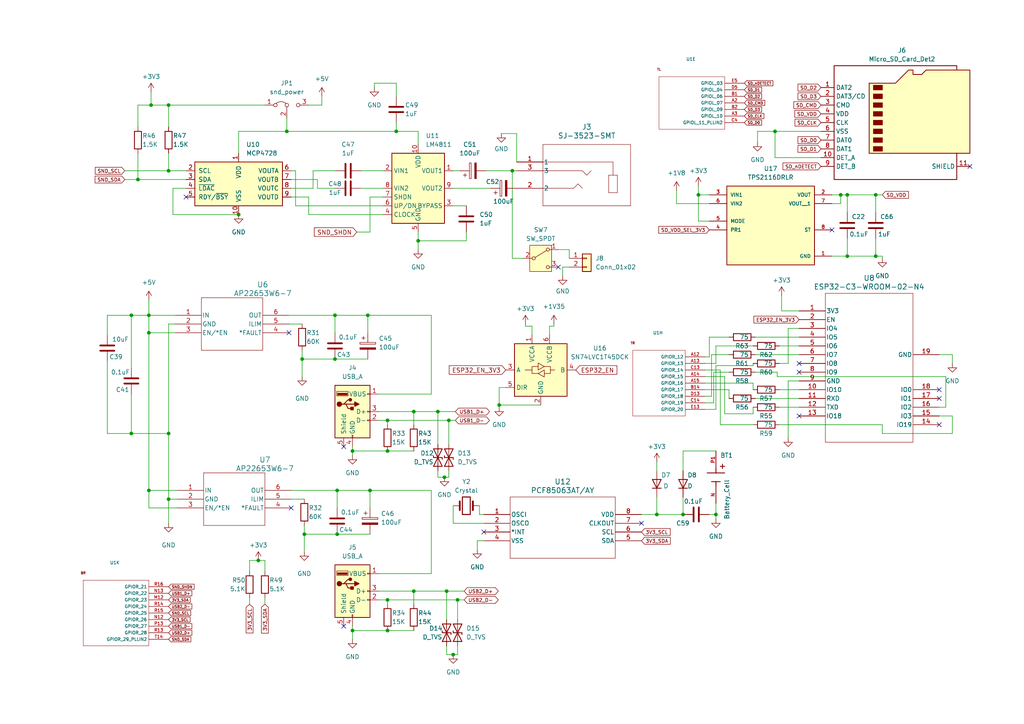
<source format=kicad_sch>
(kicad_sch (version 20231120) (generator "eeschema") (generator_version "8.0")
  (paper "A4")
  (junction (at 112.395 121.92))
  (junction (at 190.5 149.225))
  (junction (at 88.265 154.94))
  (junction (at 48.895 125.73))
  (junction (at 130.175 121.92))
  (junction (at 112.395 173.99))
  (junction (at 48.895 30.48))
  (junction (at 148.59 49.53))
  (junction (at 254 74.295))
  (junction (at 120.015 119.38))
  (junction (at 38.1 91.44))
  (junction (at 245.745 56.515))
  (junction (at 74.93 162.56))
  (junction (at 106.68 91.44))
  (junction (at 127 119.38))
  (junction (at 43.18 91.44))
  (junction (at 69.215 62.23))
  (junction (at 48.895 144.78))
  (junction (at 224.79 38.1))
  (junction (at 40.005 52.07))
  (junction (at 129.54 171.45))
  (junction (at 38.1 125.73))
  (junction (at 132.715 173.99))
  (junction (at 202.565 56.515))
  (junction (at 243.84 56.515))
  (junction (at 198.12 149.225))
  (junction (at 107.315 142.24))
  (junction (at 254 56.515))
  (junction (at 83.185 38.1))
  (junction (at 120.015 171.45))
  (junction (at 43.18 142.24))
  (junction (at 114.935 38.1))
  (junction (at 112.395 182.88))
  (junction (at 43.18 96.52))
  (junction (at 245.745 74.295))
  (junction (at 207.645 149.225))
  (junction (at 102.235 130.81))
  (junction (at 97.155 104.14))
  (junction (at 48.895 49.53))
  (junction (at 112.395 130.81))
  (junction (at 121.285 69.85))
  (junction (at 97.79 154.94))
  (junction (at 144.78 117.475))
  (junction (at 43.815 30.48))
  (junction (at 97.79 142.24))
  (junction (at 87.63 104.14))
  (junction (at 97.155 91.44))
  (junction (at 128.905 138.43))
  (junction (at 131.445 189.865))
  (junction (at 102.235 182.88))
  (no_connect (at 272.415 123.19))
  (no_connect (at 84.455 147.32))
  (no_connect (at 241.3 66.675))
  (no_connect (at 99.695 129.54))
  (no_connect (at 186.055 151.765))
  (no_connect (at 83.82 96.52))
  (no_connect (at 53.975 57.15))
  (no_connect (at 281.305 48.26))
  (no_connect (at 231.775 120.65))
  (no_connect (at 99.695 181.61))
  (no_connect (at 272.415 115.57))
  (no_connect (at 231.775 105.41))
  (no_connect (at 272.415 113.03))
  (no_connect (at 161.925 77.47))
  (no_connect (at 140.335 154.305))
  (no_connect (at 231.775 107.95))
  (wire (pts (xy 112.395 173.99) (xy 132.715 173.99)))
  (wire (pts (xy 207.645 130.81) (xy 198.12 130.81)))
  (wire (pts (xy 226.06 105.41) (xy 228.6 105.41)))
  (wire (pts (xy 132.715 173.99) (xy 132.715 179.705)))
  (wire (pts (xy 83.82 91.44) (xy 97.155 91.44)))
  (wire (pts (xy 43.18 91.44) (xy 43.18 86.995)))
  (wire (pts (xy 207.645 146.05) (xy 207.645 149.225)))
  (wire (pts (xy 131.445 49.53) (xy 133.35 49.53)))
  (wire (pts (xy 208.915 107.315) (xy 208.915 123.19)))
  (wire (pts (xy 140.97 49.53) (xy 148.59 49.53)))
  (wire (pts (xy 112.395 123.19) (xy 112.395 121.92)))
  (wire (pts (xy 218.44 100.33) (xy 207.645 100.33)))
  (wire (pts (xy 83.82 93.98) (xy 87.63 93.98)))
  (wire (pts (xy 224.79 38.1) (xy 238.125 38.1)))
  (wire (pts (xy 125.095 166.37) (xy 125.095 142.24)))
  (wire (pts (xy 190.5 149.225) (xy 186.055 149.225)))
  (wire (pts (xy 51.435 142.24) (xy 43.18 142.24)))
  (wire (pts (xy 243.84 59.055) (xy 243.84 56.515)))
  (wire (pts (xy 198.12 130.81) (xy 198.12 136.525)))
  (wire (pts (xy 48.895 125.73) (xy 48.895 144.78)))
  (wire (pts (xy 106.68 96.52) (xy 106.68 91.44)))
  (wire (pts (xy 140.335 156.845) (xy 138.43 156.845)))
  (wire (pts (xy 130.175 136.525) (xy 130.175 138.43)))
  (wire (pts (xy 205.74 103.505) (xy 205.74 97.79)))
  (wire (pts (xy 207.01 116.84) (xy 207.01 107.95)))
  (wire (pts (xy 31.115 125.73) (xy 31.115 104.775)))
  (wire (pts (xy 112.395 182.88) (xy 120.015 182.88)))
  (wire (pts (xy 107.315 57.15) (xy 111.125 57.15)))
  (wire (pts (xy 204.47 114.935) (xy 206.375 114.935)))
  (wire (pts (xy 207.645 106.045) (xy 218.44 106.045)))
  (wire (pts (xy 255.905 125.73) (xy 276.225 125.73)))
  (wire (pts (xy 84.455 57.15) (xy 89.535 57.15)))
  (wire (pts (xy 156.845 117.475) (xy 144.78 117.475)))
  (wire (pts (xy 210.185 120.015) (xy 218.44 120.015)))
  (wire (pts (xy 48.895 44.45) (xy 48.895 49.53)))
  (wire (pts (xy 139.065 149.225) (xy 140.335 149.225)))
  (wire (pts (xy 83.185 38.1) (xy 114.935 38.1)))
  (wire (pts (xy 40.005 52.07) (xy 53.975 52.07)))
  (wire (pts (xy 102.235 182.88) (xy 102.235 185.42)))
  (wire (pts (xy 226.695 90.17) (xy 226.695 85.725)))
  (wire (pts (xy 102.235 181.61) (xy 102.235 182.88)))
  (wire (pts (xy 241.3 56.515) (xy 243.84 56.515)))
  (wire (pts (xy 48.895 144.78) (xy 48.895 151.765)))
  (wire (pts (xy 85.725 59.69) (xy 111.125 59.69)))
  (wire (pts (xy 129.54 171.45) (xy 129.54 179.705)))
  (wire (pts (xy 87.63 104.14) (xy 97.155 104.14)))
  (wire (pts (xy 165.1 77.47) (xy 163.195 77.47)))
  (wire (pts (xy 144.78 117.475) (xy 144.78 118.11)))
  (wire (pts (xy 165.1 72.39) (xy 165.1 74.93)))
  (wire (pts (xy 272.415 102.87) (xy 276.225 102.87)))
  (wire (pts (xy 255.905 123.19) (xy 255.905 125.73)))
  (wire (pts (xy 114.935 24.13) (xy 114.935 27.94)))
  (wire (pts (xy 224.79 45.72) (xy 238.125 45.72)))
  (wire (pts (xy 103.505 67.31) (xy 107.315 67.31)))
  (wire (pts (xy 48.895 30.48) (xy 43.815 30.48)))
  (wire (pts (xy 254 69.215) (xy 254 74.295)))
  (wire (pts (xy 131.445 151.765) (xy 140.335 151.765)))
  (wire (pts (xy 241.3 74.295) (xy 245.745 74.295)))
  (wire (pts (xy 204.47 103.505) (xy 205.74 103.505)))
  (wire (pts (xy 38.1 91.44) (xy 43.18 91.44)))
  (wire (pts (xy 198.12 149.225) (xy 190.5 149.225)))
  (wire (pts (xy 89.535 57.15) (xy 89.535 62.23)))
  (wire (pts (xy 40.005 44.45) (xy 40.005 52.07)))
  (wire (pts (xy 148.59 74.93) (xy 151.765 74.93)))
  (wire (pts (xy 202.565 64.135) (xy 202.565 56.515)))
  (wire (pts (xy 204.47 116.84) (xy 207.01 116.84)))
  (wire (pts (xy 226.06 113.03) (xy 231.775 113.03)))
  (wire (pts (xy 196.215 59.055) (xy 196.215 55.245)))
  (wire (pts (xy 127 119.38) (xy 132.08 119.38)))
  (wire (pts (xy 274.32 109.22) (xy 274.32 118.11)))
  (wire (pts (xy 76.835 173.355) (xy 76.835 175.26)))
  (wire (pts (xy 121.285 38.1) (xy 121.285 41.91)))
  (wire (pts (xy 254 74.295) (xy 245.745 74.295)))
  (wire (pts (xy 130.175 121.92) (xy 130.175 128.905)))
  (wire (pts (xy 219.075 107.95) (xy 225.425 107.95)))
  (wire (pts (xy 161.925 72.39) (xy 165.1 72.39)))
  (wire (pts (xy 84.455 144.78) (xy 88.265 144.78)))
  (wire (pts (xy 120.015 119.38) (xy 109.855 119.38)))
  (wire (pts (xy 40.005 36.83) (xy 40.005 30.48)))
  (wire (pts (xy 225.425 107.95) (xy 225.425 109.22)))
  (wire (pts (xy 102.235 129.54) (xy 102.235 130.81)))
  (wire (pts (xy 245.745 56.515) (xy 254 56.515)))
  (wire (pts (xy 159.385 94.615) (xy 159.385 97.155)))
  (wire (pts (xy 90.805 49.53) (xy 97.155 49.53)))
  (wire (pts (xy 226.06 123.19) (xy 255.905 123.19)))
  (wire (pts (xy 130.175 138.43) (xy 128.905 138.43)))
  (wire (pts (xy 127 136.525) (xy 127 138.43)))
  (wire (pts (xy 231.775 110.49) (xy 228.6 110.49)))
  (wire (pts (xy 245.745 69.215) (xy 245.745 74.295)))
  (wire (pts (xy 219.075 97.79) (xy 231.775 97.79)))
  (wire (pts (xy 129.54 171.45) (xy 134.62 171.45)))
  (wire (pts (xy 84.455 52.07) (xy 92.075 52.07)))
  (wire (pts (xy 31.115 97.155) (xy 31.115 91.44)))
  (wire (pts (xy 50.8 93.98) (xy 48.895 93.98)))
  (wire (pts (xy 31.115 125.73) (xy 38.1 125.73)))
  (wire (pts (xy 207.645 100.33) (xy 207.645 105.41)))
  (wire (pts (xy 208.915 123.19) (xy 218.44 123.19)))
  (wire (pts (xy 225.425 109.22) (xy 274.32 109.22)))
  (wire (pts (xy 129.54 187.325) (xy 129.54 189.865)))
  (wire (pts (xy 274.32 118.11) (xy 272.415 118.11)))
  (wire (pts (xy 88.265 154.94) (xy 97.79 154.94)))
  (wire (pts (xy 97.79 154.94) (xy 107.315 154.94)))
  (wire (pts (xy 224.79 45.72) (xy 224.79 38.1)))
  (wire (pts (xy 163.195 77.47) (xy 163.195 80.01)))
  (wire (pts (xy 204.47 107.315) (xy 208.915 107.315)))
  (wire (pts (xy 127 119.38) (xy 127 128.905)))
  (wire (pts (xy 107.315 147.32) (xy 107.315 142.24)))
  (wire (pts (xy 53.975 54.61) (xy 50.165 54.61)))
  (wire (pts (xy 210.185 109.22) (xy 210.185 120.015)))
  (wire (pts (xy 148.59 49.53) (xy 149.86 49.53)))
  (wire (pts (xy 84.455 142.24) (xy 97.79 142.24)))
  (wire (pts (xy 125.095 114.3) (xy 125.095 91.44)))
  (wire (pts (xy 132.715 187.325) (xy 132.715 189.865)))
  (wire (pts (xy 120.015 175.26) (xy 120.015 171.45)))
  (wire (pts (xy 36.195 49.53) (xy 48.895 49.53)))
  (wire (pts (xy 92.075 54.61) (xy 97.155 54.61)))
  (wire (pts (xy 48.895 30.48) (xy 76.835 30.48)))
  (wire (pts (xy 88.265 152.4) (xy 88.265 154.94)))
  (wire (pts (xy 31.115 91.44) (xy 38.1 91.44)))
  (wire (pts (xy 245.745 56.515) (xy 245.745 61.595)))
  (wire (pts (xy 40.005 30.48) (xy 43.815 30.48)))
  (wire (pts (xy 120.015 123.19) (xy 120.015 119.38)))
  (wire (pts (xy 50.8 91.44) (xy 43.18 91.44)))
  (wire (pts (xy 204.47 113.03) (xy 211.455 113.03)))
  (wire (pts (xy 132.715 173.99) (xy 134.62 173.99)))
  (wire (pts (xy 219.075 102.87) (xy 231.775 102.87)))
  (wire (pts (xy 152.4 93.98) (xy 152.4 94.615)))
  (wire (pts (xy 120.015 119.38) (xy 127 119.38)))
  (wire (pts (xy 144.78 112.395) (xy 144.78 117.475)))
  (wire (pts (xy 87.63 104.14) (xy 87.63 109.22)))
  (wire (pts (xy 204.47 111.125) (xy 218.44 111.125)))
  (wire (pts (xy 50.165 54.61) (xy 50.165 62.23)))
  (wire (pts (xy 121.285 69.85) (xy 121.285 72.39)))
  (wire (pts (xy 204.47 109.22) (xy 210.185 109.22)))
  (wire (pts (xy 205.74 59.055) (xy 196.215 59.055)))
  (wire (pts (xy 198.12 144.145) (xy 198.12 149.225)))
  (wire (pts (xy 152.4 94.615) (xy 154.305 94.615)))
  (wire (pts (xy 43.815 26.67) (xy 43.815 30.48)))
  (wire (pts (xy 97.79 142.24) (xy 97.79 147.32)))
  (wire (pts (xy 104.775 54.61) (xy 111.125 54.61)))
  (wire (pts (xy 76.835 165.735) (xy 76.835 162.56)))
  (wire (pts (xy 146.685 112.395) (xy 144.78 112.395)))
  (wire (pts (xy 207.01 107.95) (xy 211.455 107.95)))
  (wire (pts (xy 276.225 102.87) (xy 276.225 105.41)))
  (wire (pts (xy 107.315 142.24) (xy 97.79 142.24)))
  (wire (pts (xy 121.285 67.31) (xy 121.285 69.85)))
  (wire (pts (xy 93.345 27.94) (xy 93.345 30.48)))
  (wire (pts (xy 218.44 106.045) (xy 218.44 105.41)))
  (wire (pts (xy 243.84 56.515) (xy 245.745 56.515)))
  (wire (pts (xy 205.74 64.135) (xy 202.565 64.135)))
  (wire (pts (xy 84.455 54.61) (xy 90.805 54.61)))
  (wire (pts (xy 102.235 130.81) (xy 102.235 132.08)))
  (wire (pts (xy 154.305 94.615) (xy 154.305 97.155)))
  (wire (pts (xy 43.18 96.52) (xy 43.18 142.24)))
  (wire (pts (xy 207.645 118.745) (xy 207.645 106.045)))
  (wire (pts (xy 204.47 118.745) (xy 207.645 118.745)))
  (wire (pts (xy 205.74 149.225) (xy 207.645 149.225)))
  (wire (pts (xy 127 138.43) (xy 128.905 138.43)))
  (wire (pts (xy 206.375 114.935) (xy 206.375 102.87)))
  (wire (pts (xy 114.935 38.1) (xy 121.285 38.1)))
  (wire (pts (xy 74.93 162.56) (xy 76.835 162.56)))
  (wire (pts (xy 219.075 115.57) (xy 231.775 115.57)))
  (wire (pts (xy 190.5 144.145) (xy 190.5 149.225)))
  (wire (pts (xy 102.235 130.81) (xy 112.395 130.81)))
  (wire (pts (xy 50.8 96.52) (xy 43.18 96.52)))
  (wire (pts (xy 109.855 114.3) (xy 125.095 114.3)))
  (wire (pts (xy 43.18 147.32) (xy 43.18 142.24)))
  (wire (pts (xy 87.63 101.6) (xy 87.63 104.14)))
  (wire (pts (xy 112.395 130.81) (xy 120.015 130.81)))
  (wire (pts (xy 38.1 106.68) (xy 38.1 91.44)))
  (wire (pts (xy 43.18 96.52) (xy 43.18 91.44)))
  (wire (pts (xy 104.775 49.53) (xy 111.125 49.53)))
  (wire (pts (xy 131.445 146.685) (xy 131.445 151.765)))
  (wire (pts (xy 206.375 102.87) (xy 211.455 102.87)))
  (wire (pts (xy 120.015 171.45) (xy 109.855 171.45)))
  (wire (pts (xy 254 56.515) (xy 254 61.595)))
  (wire (pts (xy 72.39 162.56) (xy 74.93 162.56)))
  (wire (pts (xy 228.6 105.41) (xy 228.6 95.25)))
  (wire (pts (xy 72.39 165.735) (xy 72.39 162.56)))
  (wire (pts (xy 160.655 93.98) (xy 160.655 94.615)))
  (wire (pts (xy 112.395 173.99) (xy 109.855 173.99)))
  (wire (pts (xy 112.395 121.92) (xy 109.855 121.92)))
  (wire (pts (xy 102.235 182.88) (xy 112.395 182.88)))
  (wire (pts (xy 107.315 67.31) (xy 107.315 57.15)))
  (wire (pts (xy 83.185 34.29) (xy 83.185 38.1)))
  (wire (pts (xy 109.855 166.37) (xy 125.095 166.37)))
  (wire (pts (xy 69.215 38.1) (xy 83.185 38.1)))
  (wire (pts (xy 88.265 154.94) (xy 88.265 160.02)))
  (wire (pts (xy 97.155 104.14) (xy 106.68 104.14)))
  (wire (pts (xy 92.075 52.07) (xy 92.075 54.61)))
  (wire (pts (xy 148.59 74.93) (xy 148.59 49.53)))
  (wire (pts (xy 125.095 91.44) (xy 106.68 91.44)))
  (wire (pts (xy 135.255 69.85) (xy 121.285 69.85)))
  (wire (pts (xy 106.68 91.44) (xy 97.155 91.44)))
  (wire (pts (xy 205.74 56.515) (xy 202.565 56.515)))
  (wire (pts (xy 112.395 121.92) (xy 130.175 121.92)))
  (wire (pts (xy 38.1 125.73) (xy 48.895 125.73)))
  (wire (pts (xy 231.775 90.17) (xy 226.695 90.17)))
  (wire (pts (xy 51.435 147.32) (xy 43.18 147.32)))
  (wire (pts (xy 125.095 142.24) (xy 107.315 142.24)))
  (wire (pts (xy 202.565 56.515) (xy 202.565 53.975)))
  (wire (pts (xy 97.155 91.44) (xy 97.155 96.52)))
  (wire (pts (xy 131.445 54.61) (xy 142.24 54.61)))
  (wire (pts (xy 132.715 189.865) (xy 131.445 189.865)))
  (wire (pts (xy 149.86 38.735) (xy 145.415 38.735)))
  (wire (pts (xy 138.43 156.845) (xy 138.43 159.385)))
  (wire (pts (xy 84.455 49.53) (xy 85.725 49.53)))
  (wire (pts (xy 114.935 24.13) (xy 108.585 24.13)))
  (wire (pts (xy 112.395 175.26) (xy 112.395 173.99)))
  (wire (pts (xy 254 56.515) (xy 255.905 56.515)))
  (wire (pts (xy 149.86 46.99) (xy 149.86 38.735)))
  (wire (pts (xy 190.5 133.985) (xy 190.5 136.525)))
  (wire (pts (xy 48.895 49.53) (xy 53.975 49.53)))
  (wire (pts (xy 228.6 110.49) (xy 228.6 127)))
  (wire (pts (xy 207.645 105.41) (xy 204.47 105.41)))
  (wire (pts (xy 130.175 121.92) (xy 132.08 121.92)))
  (wire (pts (xy 211.455 113.03) (xy 211.455 115.57)))
  (wire (pts (xy 93.345 30.48) (xy 89.535 30.48)))
  (wire (pts (xy 36.195 52.07) (xy 40.005 52.07)))
  (wire (pts (xy 89.535 62.23) (xy 111.125 62.23)))
  (wire (pts (xy 226.06 118.11) (xy 231.775 118.11)))
  (wire (pts (xy 139.065 146.685) (xy 139.065 149.225)))
  (wire (pts (xy 90.805 54.61) (xy 90.805 49.53)))
  (wire (pts (xy 50.165 62.23) (xy 69.215 62.23)))
  (wire (pts (xy 160.655 94.615) (xy 159.385 94.615)))
  (wire (pts (xy 255.905 74.295) (xy 254 74.295)))
  (wire (pts (xy 120.015 171.45) (xy 129.54 171.45)))
  (wire (pts (xy 218.44 111.125) (xy 218.44 113.03)))
  (wire (pts (xy 135.255 67.31) (xy 135.255 69.85)))
  (wire (pts (xy 276.225 120.65) (xy 272.415 120.65)))
  (wire (pts (xy 114.935 35.56) (xy 114.935 38.1)))
  (wire (pts (xy 207.645 149.225) (xy 207.645 150.495)))
  (wire (pts (xy 218.44 120.015) (xy 218.44 118.11)))
  (wire (pts (xy 226.06 100.33) (xy 231.775 100.33)))
  (wire (pts (xy 241.3 59.055) (xy 243.84 59.055)))
  (wire (pts (xy 228.6 95.25) (xy 231.775 95.25)))
  (wire (pts (xy 108.585 24.13) (xy 108.585 25.4)))
  (wire (pts (xy 48.895 93.98) (xy 48.895 125.73)))
  (wire (pts (xy 276.225 125.73) (xy 276.225 120.65)))
  (wire (pts (xy 69.215 44.45) (xy 69.215 38.1)))
  (wire (pts (xy 219.71 38.1) (xy 224.79 38.1)))
  (wire (pts (xy 131.445 59.69) (xy 135.255 59.69)))
  (wire (pts (xy 48.895 36.83) (xy 48.895 30.48)))
  (wire (pts (xy 205.74 97.79) (xy 211.455 97.79)))
  (wire (pts (xy 38.1 125.73) (xy 38.1 114.3)))
  (wire (pts (xy 72.39 173.355) (xy 72.39 175.26)))
  (wire (pts (xy 129.54 189.865) (xy 131.445 189.865)))
  (wire (pts (xy 48.895 144.78) (xy 51.435 144.78)))
  (wire (pts (xy 85.725 49.53) (xy 85.725 59.69)))
  (wire (pts (xy 219.71 41.275) (xy 219.71 38.1)))
  (wire (pts (xy 255.905 74.295) (xy 255.905 74.93)))
  (global_label "3V3_SCL" (shape input) (at 186.055 154.305 0) (effects (font (size 1.016 1.016))) (property "Intersheetrefs" "${INTERSHEET_REFS}" (effects (hide yes))))
  (global_label "USB1_D-" (shape bidirectional) (at 132.08 121.92 0) (effects (font (size 1.016 1.016))) (property "Intersheetrefs" "${INTERSHEET_REFS}" (effects (hide yes))))
  (global_label "SD_nDETECT" (shape input) (at 215.9 24.13 0) (effects (font (size 0.762 0.762))) (property "Intersheetrefs" "${INTERSHEET_REFS}" (effects (hide yes))))
  (global_label "USB1_D+" (shape bidirectional) (at 132.08 119.38 0) (effects (font (size 1.016 1.016))) (property "Intersheetrefs" "${INTERSHEET_REFS}" (effects (hide yes))))
  (global_label "ESP32_EN_3V3" (shape input) (at 231.775 92.71 180) (effects (font (size 1.016 1.016))) (property "Intersheetrefs" "${INTERSHEET_REFS}" (effects (hide yes))))
  (global_label "SND_SCL" (shape input) (at 36.195 49.53 180) (effects (font (size 1.016 1.016))) (property "Intersheetrefs" "${INTERSHEET_REFS}" (effects (hide yes))))
  (global_label "SD_CLK" (shape input) (at 238.125 35.56 180) (effects (font (size 1.016 1.016))) (property "Intersheetrefs" "${INTERSHEET_REFS}" (effects (hide yes))))
  (global_label "3V3_SDA" (shape input) (at 186.055 156.845 0) (effects (font (size 1.016 1.016))) (property "Intersheetrefs" "${INTERSHEET_REFS}" (effects (hide yes))))
  (global_label "SD_D2" (shape input) (at 215.9 27.94 0) (effects (font (size 0.762 0.762))) (property "Intersheetrefs" "${INTERSHEET_REFS}" (effects (hide yes))))
  (global_label "3V3_SCL" (shape input) (at 48.895 179.705 0) (effects (font (size 0.762 0.762))) (property "Intersheetrefs" "${INTERSHEET_REFS}" (effects (hide yes))))
  (global_label "SD_nDETECT" (shape input) (at 238.125 48.26 180) (effects (font (size 1.016 1.016))) (property "Intersheetrefs" "${INTERSHEET_REFS}" (effects (hide yes))))
  (global_label "SD_D1" (shape input) (at 215.9 26.035 0) (effects (font (size 0.762 0.762))) (property "Intersheetrefs" "${INTERSHEET_REFS}" (effects (hide yes))))
  (global_label "SD_D3" (shape input) (at 238.125 27.94 180) (effects (font (size 1.016 1.016))) (property "Intersheetrefs" "${INTERSHEET_REFS}" (effects (hide yes))))
  (global_label "SD_D0" (shape input) (at 238.125 40.64 180) (effects (font (size 1.016 1.016))) (property "Intersheetrefs" "${INTERSHEET_REFS}" (effects (hide yes))))
  (global_label "SND_SDA" (shape input) (at 48.895 185.42 0) (effects (font (size 0.762 0.762))) (property "Intersheetrefs" "${INTERSHEET_REFS}" (effects (hide yes))))
  (global_label "SD_D2" (shape input) (at 238.125 25.4 180) (effects (font (size 1.016 1.016))) (property "Intersheetrefs" "${INTERSHEET_REFS}" (effects (hide yes))))
  (global_label "USB1_D+" (shape input) (at 48.895 172.085 0) (effects (font (size 0.762 0.762))) (property "Intersheetrefs" "${INTERSHEET_REFS}" (effects (hide yes))))
  (global_label "USB2_D+" (shape input) (at 48.895 183.515 0) (effects (font (size 0.762 0.762))) (property "Intersheetrefs" "${INTERSHEET_REFS}" (effects (hide yes))))
  (global_label "USB1_D-" (shape input) (at 48.895 181.61 0) (effects (font (size 0.762 0.762))) (property "Intersheetrefs" "${INTERSHEET_REFS}" (effects (hide yes))))
  (global_label "SD_CMD" (shape input) (at 215.9 29.845 0) (effects (font (size 0.762 0.762))) (property "Intersheetrefs" "${INTERSHEET_REFS}" (effects (hide yes))))
  (global_label "ESP32_EN" (shape input) (at 167.005 107.315 0) (property "Intersheetrefs" "${INTERSHEET_REFS}" (effects (hide yes))))
  (global_label "SND_SDA" (shape input) (at 36.195 52.07 180) (effects (font (size 1.016 1.016))) (property "Intersheetrefs" "${INTERSHEET_REFS}" (effects (hide yes))))
  (global_label "SND_SHDN" (shape input) (at 103.505 67.31 180) (property "Intersheetrefs" "${INTERSHEET_REFS}" (effects (hide yes))))
  (global_label "USB2_D+" (shape bidirectional) (at 134.62 171.45 0) (effects (font (size 1.016 1.016))) (property "Intersheetrefs" "${INTERSHEET_REFS}" (effects (hide yes))))
  (global_label "3V3_SCL" (shape input) (at 72.39 175.26 270) (effects (font (size 1.016 1.016))) (property "Intersheetrefs" "${INTERSHEET_REFS}" (effects (hide yes))))
  (global_label "SD_D1" (shape input) (at 238.125 43.18 180) (effects (font (size 1.016 1.016))) (property "Intersheetrefs" "${INTERSHEET_REFS}" (effects (hide yes))))
  (global_label "SD_CLK" (shape input) (at 215.9 33.655 0) (effects (font (size 0.762 0.762))) (property "Intersheetrefs" "${INTERSHEET_REFS}" (effects (hide yes))))
  (global_label "ESP32_EN_3V3" (shape input) (at 146.685 107.315 180) (property "Intersheetrefs" "${INTERSHEET_REFS}" (effects (hide yes))))
  (global_label "3V3_SDA" (shape input) (at 48.895 173.99 0) (effects (font (size 0.762 0.762))) (property "Intersheetrefs" "${INTERSHEET_REFS}" (effects (hide yes))))
  (global_label "SD_D3" (shape input) (at 215.9 31.75 0) (effects (font (size 0.762 0.762))) (property "Intersheetrefs" "${INTERSHEET_REFS}" (effects (hide yes))))
  (global_label "SND_SHDN" (shape input) (at 48.895 170.18 0) (effects (font (size 0.762 0.762))) (property "Intersheetrefs" "${INTERSHEET_REFS}" (effects (hide yes))))
  (global_label "USB2_D-" (shape input) (at 48.895 175.895 0) (effects (font (size 0.762 0.762))) (property "Intersheetrefs" "${INTERSHEET_REFS}" (effects (hide yes))))
  (global_label "SD_VDD" (shape input) (at 238.125 33.02 180) (effects (font (size 1.016 1.016))) (property "Intersheetrefs" "${INTERSHEET_REFS}" (effects (hide yes))))
  (global_label "SD_VDD" (shape input) (at 255.905 56.515 0) (effects (font (size 1.016 1.016))) (property "Intersheetrefs" "${INTERSHEET_REFS}" (effects (hide yes))))
  (global_label "SD_VDD_SEL_3V3" (shape input) (at 205.74 66.675 180) (effects (font (size 1.016 1.016))) (property "Intersheetrefs" "${INTERSHEET_REFS}" (effects (hide yes))))
  (global_label "SD_D0" (shape input) (at 215.9 35.56 0) (effects (font (size 0.762 0.762))) (property "Intersheetrefs" "${INTERSHEET_REFS}" (effects (hide yes))))
  (global_label "SND_SCL" (shape input) (at 48.895 177.8 0) (effects (font (size 0.762 0.762))) (property "Intersheetrefs" "${INTERSHEET_REFS}" (effects (hide yes))))
  (global_label "SD_CMD" (shape input) (at 238.125 30.48 180) (effects (font (size 1.016 1.016))) (property "Intersheetrefs" "${INTERSHEET_REFS}" (effects (hide yes))))
  (global_label "USB2_D-" (shape bidirectional) (at 134.62 173.99 0) (effects (font (size 1.016 1.016))) (property "Intersheetrefs" "${INTERSHEET_REFS}" (effects (hide yes))))
  (global_label "3V3_SDA" (shape input) (at 76.835 175.26 270) (effects (font (size 1.016 1.016))) (property "Intersheetrefs" "${INTERSHEET_REFS}" (effects (hide yes))))
  (symbol (lib_id "Device:R") (at 222.25 118.11 90) (unit 1)
    (property "Reference" "R55" (at 224.155 120.65 90) (effects (justify left)))
    (property "Value" "75" (at 224.155 118.11 90) (effects (justify left)))
    (property "Footprint" "Resistor_SMD:R_0603_1608Metric" (effects (hide yes)))
    (property "Description" "Resistor" (effects (hide yes)))
  )
  (symbol (lib_id "Device:R") (at 222.25 113.03 90) (unit 1)
    (property "Reference" "R57" (at 224.155 115.57 90) (effects (justify left)))
    (property "Value" "75" (at 224.155 113.03 90) (effects (justify left)))
    (property "Footprint" "Resistor_SMD:R_0603_1608Metric" (effects (hide yes)))
    (property "Description" "Resistor" (effects (hide yes)))
  )
  (symbol (lib_id "power:GND") (at 102.235 185.42 0) (unit 1)
    (property "Reference" "#PWR055" (effects (hide yes)))
    (property "Value" "GND" (at 102.235 190.5 0))
  )
  (symbol (lib_id "power:GND") (at 207.645 150.495 0) (unit 1)
    (property "Reference" "#PWR071" (effects (hide yes)))
    (property "Value" "GND" (at 207.645 155.575 0))
    (property "Description" "Power symbol creates a global label with name \"GND\" , ground" (effects (hide yes)))
  )
  (symbol (lib_id "endeavour2:Ti60F256") (at 191.135 22.225 0) (unit 5)
    (property "Reference" "U1" (at 200.386 17.145 0) (effects (font (size 0.889 0.889))))
    (property "Value" "Ti60F256" (effects (hide yes)))
    (property "Footprint" "Package_BGA:BGA-256_14.0x14.0mm_Layout16x16_P0.8mm_Ball0.45mm_Pad0.32mm_NSMD" (effects (hide yes)))
    (property "SPLIT_INST" "TRUE" (effects (hide yes)))
    (property "SWAP_INFO" "(S1+S2+S3+S4+S5+S6+S7+S8+S9+S10+S11+S12+S13)" (effects (hide yes)))
  )
  (symbol (lib_id "Analog_DAC:MCP4728") (at 69.215 52.07 0) (unit 1)
    (property "Reference" "U10" (at 71.4091 41.91 0) (effects (justify left)))
    (property "Value" "MCP4728" (at 71.4091 44.45 0) (effects (justify left)))
    (property "Footprint" "Package_SO:MSOP-10_3x3mm_P0.5mm" (effects (hide yes)))
    (property "Datasheet" "http://ww1.microchip.com/downloads/en/DeviceDoc/22187E.pdf" (effects (hide yes)))
  )
  (symbol (lib_id "Device:R") (at 112.395 127 0) (unit 1)
    (property "Reference" "R33" (at 113.665 125.73 0) (effects (justify left)))
    (property "Value" "15K" (at 113.665 128.27 0) (effects (justify left)))
    (property "Footprint" "Resistor_SMD:R_0603_1608Metric" (effects (hide yes)))
  )
  (symbol (lib_id "Device:C") (at 135.255 63.5 0) (unit 1)
    (property "Reference" "C50" (at 139.065 62.23 0) (effects (justify left)))
    (property "Value" "1uF" (at 139.065 64.77 0) (effects (justify left)))
    (property "Footprint" "Capacitor_SMD:C_0603_1608Metric" (effects (hide yes)))
  )
  (symbol (lib_id "Device:D") (at 190.5 140.335 90) (unit 1)
    (property "Reference" "D7" (at 191.77 137.795 90) (effects (justify right)))
    (property "Value" "D" (at 192.405 140.97 90) (effects (justify right)))
    (property "Footprint" "Diode_SMD:D_0603_1608Metric" (effects (hide yes)))
    (property "Description" "Diode" (effects (hide yes)))
    (property "Sim.Device" "D" (effects (hide yes)))
    (property "Sim.Pins" "1=K 2=A" (effects (hide yes)))
  )
  (symbol (lib_id "power:GND") (at 121.285 72.39 0) (unit 1)
    (property "Reference" "#PWR059" (effects (hide yes)))
    (property "Value" "GND" (at 121.285 77.47 0))
  )
  (symbol (lib_id "Device:C") (at 31.115 100.965 180) (unit 1)
    (property "Reference" "C39" (at 33.655 103.505 0))
    (property "Value" "10uF" (at 34.925 98.425 0))
    (property "Footprint" "Capacitor_SMD:C_0603_1608Metric" (effects (hide yes)))
  )
  (symbol (lib_id "endeavour2:AP22653W6-7") (at 50.8 91.44 0) (unit 1)
    (property "Reference" "U6" (at 76.2 82.55 0) (effects (font (size 1.524 1.524))))
    (property "Value" "AP22653W6-7" (at 76.2 85.09 0) (effects (font (size 1.524 1.524))))
    (property "Footprint" "endeavour2:SOT26_DIO" (effects (hide yes)))
    (property "Datasheet" "AP22653W6-7" (effects (hide yes)))
  )
  (symbol (lib_id "Device:C_Polarized") (at 107.315 151.13 0) (unit 1)
    (property "Reference" "C46" (at 110.49 148.9709 0) (effects (justify left)))
    (property "Value" "100uF" (at 110.49 151.5109 0) (effects (justify left)))
    (property "Footprint" "Capacitor_Tantalum_SMD:CP_EIA-3528-12_Kemet-T" (effects (hide yes)))
    (property "Description" "Polarized capacitor" (effects (hide yes)))
  )
  (symbol (lib_id "Device:C") (at 114.935 31.75 0) (unit 1)
    (property "Reference" "C49" (at 117.475 30.48 0) (effects (justify left)))
    (property "Value" "1uF" (at 117.475 33.02 0) (effects (justify left)))
    (property "Footprint" "Capacitor_SMD:C_0603_1608Metric" (effects (hide yes)))
  )
  (symbol (lib_id "Device:C_Polarized") (at 146.05 54.61 90) (unit 1)
    (property "Reference" "C52" (at 142.875 52.705 90))
    (property "Value" "100uF" (at 146.05 58.42 90))
    (property "Footprint" "Capacitor_SMD:CP_Elec_5x5.3" (effects (hide yes)))
    (property "Description" "Polarized capacitor" (effects (hide yes)))
  )
  (symbol (lib_id "Device:C") (at 100.965 54.61 90) (unit 1)
    (property "Reference" "C48" (at 97.155 53.34 90))
    (property "Value" "1uF" (at 97.155 55.88 90))
    (property "Footprint" "Capacitor_SMD:C_0603_1608Metric" (effects (hide yes)))
  )
  (symbol (lib_id "Amplifier_Audio:LM4811") (at 121.285 54.61 0) (unit 1)
    (property "Reference" "U11" (at 123.4791 39.37 0) (effects (justify left)))
    (property "Value" "LM4811" (at 123.4791 41.91 0) (effects (justify left)))
    (property "Footprint" "Package_SO:TSSOP-10_3x3mm_P0.5mm" (effects (hide yes)))
    (property "Datasheet" "http://www.ti.com/lit/ds/symlink/lm4811.pdf" (effects (hide yes)))
  )
  (symbol (lib_id "Connector:USB_A") (at 102.235 119.38 0) (unit 1)
    (property "Reference" "J4" (at 102.235 106.68 0))
    (property "Value" "USB_A" (at 102.235 109.22 0))
    (property "Footprint" "Connector_USB:USB_A_Receptacle_GCT_USB1046" (effects (hide yes)))
    (property "Datasheet" " ~" (effects (hide yes)))
  )
  (symbol (lib_id "power:+5V") (at 93.345 27.94 0) (unit 1)
    (property "Reference" "#PWR057" (effects (hide yes)))
    (property "Value" "+5V" (at 93.345 22.86 0))
  )
  (symbol (lib_id "Device:R") (at 76.835 169.545 0) (unit 1)
    (property "Reference" "R49" (at 78.105 168.275 0) (effects (justify left)))
    (property "Value" "5.1K" (at 78.105 170.815 0) (effects (justify left)))
    (property "Footprint" "Resistor_SMD:R_0603_1608Metric" (effects (hide yes)))
  )
  (symbol (lib_id "endeavour2:PCF85063AT_AY") (at 140.335 149.225 0) (unit 1)
    (property "Reference" "U12" (at 163.195 139.7 0) (effects (font (size 1.524 1.524))))
    (property "Value" "PCF85063AT/AY" (at 163.195 142.24 0) (effects (font (size 1.524 1.524))))
    (property "Footprint" "Package_SO:SOIC-8_3.9x4.9mm_P1.27mm" (effects (hide yes)))
    (property "Datasheet" "PCF85063AT/AY" (effects (hide yes)))
  )
  (symbol (lib_id "Device:R") (at 215.265 97.79 90) (unit 1)
    (property "Reference" "R63" (at 217.17 100.33 90) (effects (justify left)))
    (property "Value" "75" (at 217.17 97.79 90) (effects (justify left)))
    (property "Footprint" "Resistor_SMD:R_0603_1608Metric" (effects (hide yes)))
    (property "Description" "Resistor" (effects (hide yes)))
  )
  (symbol (lib_id "Device:R") (at 215.265 115.57 90) (unit 1)
    (property "Reference" "R56" (at 217.17 118.11 90) (effects (justify left)))
    (property "Value" "75" (at 217.17 115.57 90) (effects (justify left)))
    (property "Footprint" "Resistor_SMD:R_0603_1608Metric" (effects (hide yes)))
    (property "Description" "Resistor" (effects (hide yes)))
  )
  (symbol (lib_id "Device:C_Polarized") (at 106.68 100.33 0) (unit 1)
    (property "Reference" "C45" (at 109.855 98.1709 0) (effects (justify left)))
    (property "Value" "100uF" (at 109.855 100.7109 0) (effects (justify left)))
    (property "Footprint" "Capacitor_Tantalum_SMD:CP_EIA-3528-12_Kemet-T" (effects (hide yes)))
    (property "Description" "Polarized capacitor" (effects (hide yes)))
  )
  (symbol (lib_id "power:+3V3") (at 226.695 85.725 0) (unit 1)
    (property "Reference" "#PWR088" (effects (hide yes)))
    (property "Value" "+3V3" (at 226.695 81.28 0))
    (property "Description" "Power symbol creates a global label with name \"+3V3\"" (effects (hide yes)))
  )
  (symbol (lib_id "Device:C") (at 38.1 110.49 180) (unit 1)
    (property "Reference" "C41" (at 35.56 113.03 0))
    (property "Value" "0.1uF" (at 34.925 107.95 0))
    (property "Footprint" "Capacitor_SMD:C_0603_1608Metric" (effects (hide yes)))
  )
  (symbol (lib_id "Device:R") (at 40.005 40.64 0) (unit 1)
    (property "Reference" "R46" (at 41.275 39.37 0) (effects (justify left)))
    (property "Value" "1.5K" (at 41.275 41.91 0) (effects (justify left)))
    (property "Footprint" "Resistor_SMD:R_0603_1608Metric" (effects (hide yes)))
  )
  (symbol (lib_id "power:GND") (at 48.895 151.765 0) (unit 1)
    (property "Reference" "#PWR033" (effects (hide yes)))
    (property "Value" "GND" (at 48.895 158.115 0))
    (property "Description" "Power symbol creates a global label with name \"GND\" , ground" (effects (hide yes)))
  )
  (symbol (lib_id "power:GND") (at 108.585 25.4 0) (unit 1)
    (property "Reference" "#PWR058" (effects (hide yes)))
    (property "Value" "GND" (at 108.585 30.48 0))
  )
  (symbol (lib_id "Device:C") (at 201.93 149.225 90) (unit 1)
    (property "Reference" "C59" (at 200.025 151.765 90) (effects (justify left)))
    (property "Value" "0.1uF" (at 203.835 145.415 90) (effects (justify left)))
    (property "Footprint" "Capacitor_SMD:C_0603_1608Metric" (effects (hide yes)))
  )
  (symbol (lib_id "Device:C") (at 100.965 49.53 90) (unit 1)
    (property "Reference" "C47" (at 100.965 41.91 90))
    (property "Value" "1uF" (at 100.965 44.45 90))
    (property "Footprint" "Capacitor_SMD:C_0603_1608Metric" (effects (hide yes)))
  )
  (symbol (lib_id "endeavour2:TPS2116DRLR") (at 223.52 64.135 0) (unit 1)
    (property "Reference" "U17" (at 223.52 48.895 0))
    (property "Value" "TPS2116DRLR" (at 223.52 51.435 0))
    (property "Footprint" "endeavour2:SOTFL50P160X60-8N" (effects (hide yes)))
    (property "PARTREV" "A" (effects (hide yes)))
    (property "STANDARD" "IPC 7351B" (effects (hide yes)))
    (property "MAXIMUM_PACKAGE_HEIGHT" "0.6 mm" (effects (hide yes)))
    (property "MANUFACTURER" "Texas Instruments" (effects (hide yes)))
  )
  (symbol (lib_id "Device:D_TVS") (at 132.715 183.515 90) (unit 1)
    (property "Reference" "D15" (at 135.255 182.2449 90) (effects (justify right)))
    (property "Value" "D_TVS" (at 135.255 184.7849 90) (effects (justify right)))
    (property "Footprint" "Diode_SMD:D_0603_1608Metric" (effects (hide yes)))
    (property "Description" "Bidirectional transient-voltage-suppression diode" (effects (hide yes)))
  )
  (symbol (lib_id "endeavour2:Ti60F256") (at 24.13 168.275 0) (unit 11)
    (property "Reference" "U1" (at 33.3075 163.195 0) (effects (font (size 0.889 0.889))))
    (property "Value" "Ti60F256" (effects (hide yes)))
    (property "Footprint" "Package_BGA:BGA-256_14.0x14.0mm_Layout16x16_P0.8mm_Ball0.45mm_Pad0.32mm_NSMD" (effects (hide yes)))
    (property "SPLIT_INST" "TRUE" (effects (hide yes)))
    (property "SWAP_INFO" "(S1+S2+S3+S4+S5+S6+S7+S8+S9+S10+S11+S12+S13)" (effects (hide yes)))
  )
  (symbol (lib_id "Device:R") (at 48.895 40.64 0) (unit 1)
    (property "Reference" "R47" (at 50.165 39.37 0) (effects (justify left)))
    (property "Value" "1.5K" (at 50.165 41.91 0) (effects (justify left)))
    (property "Footprint" "Resistor_SMD:R_0603_1608Metric" (effects (hide yes)))
  )
  (symbol (lib_id "power:GND") (at 69.215 62.23 0) (unit 1)
    (property "Reference" "#PWR056" (effects (hide yes)))
    (property "Value" "GND" (at 69.215 67.31 0))
  )
  (symbol (lib_id "power:+3V3") (at 74.93 162.56 0) (unit 1)
    (property "Reference" "#PWR074" (effects (hide yes)))
    (property "Value" "+3V3" (at 74.93 158.115 0))
    (property "Description" "Power symbol creates a global label with name \"+3V3\"" (effects (hide yes)))
  )
  (symbol (lib_id "power:+1V8") (at 196.215 55.245 0) (unit 1)
    (property "Reference" "#PWR098" (effects (hide yes)))
    (property "Value" "+1V8" (at 196.215 50.165 0))
    (property "Description" "Power symbol creates a global label with name \"+1V8\"" (effects (hide yes)))
  )
  (symbol (lib_id "Device:R") (at 88.265 148.59 0) (unit 1)
    (property "Reference" "R32" (at 89.535 147.32 0) (effects (justify left)))
    (property "Value" "60K" (at 89.535 149.86 0) (effects (justify left)))
    (property "Footprint" "Resistor_SMD:R_0603_1608Metric" (effects (hide yes)))
  )
  (symbol (lib_id "Device:R") (at 120.015 179.07 0) (unit 1)
    (property "Reference" "R44" (at 121.285 177.8 0) (effects (justify left)))
    (property "Value" "15K" (at 121.285 180.34 0) (effects (justify left)))
    (property "Footprint" "Resistor_SMD:R_0603_1608Metric" (effects (hide yes)))
  )
  (symbol (lib_id "power:GND") (at 88.265 160.02 0) (unit 1)
    (property "Reference" "#PWR053" (effects (hide yes)))
    (property "Value" "GND" (at 88.265 166.37 0))
    (property "Description" "Power symbol creates a global label with name \"GND\" , ground" (effects (hide yes)))
  )
  (symbol (lib_id "power:GND") (at 128.905 138.43 0) (unit 1)
    (property "Reference" "#PWR0115" (effects (hide yes)))
    (property "Value" "GND" (at 128.905 143.51 0))
  )
  (symbol (lib_id "Device:D_TVS") (at 130.175 132.715 90) (unit 1)
    (property "Reference" "D13" (at 132.715 131.4449 90) (effects (justify right)))
    (property "Value" "D_TVS" (at 132.715 133.9849 90) (effects (justify right)))
    (property "Footprint" "Diode_SMD:D_0603_1608Metric" (effects (hide yes)))
    (property "Description" "Bidirectional transient-voltage-suppression diode" (effects (hide yes)))
  )
  (symbol (lib_id "Device:R") (at 87.63 97.79 0) (unit 1)
    (property "Reference" "R31" (at 88.9 96.52 0) (effects (justify left)))
    (property "Value" "60K" (at 88.9 99.06 0) (effects (justify left)))
    (property "Footprint" "Resistor_SMD:R_0603_1608Metric" (effects (hide yes)))
  )
  (symbol (lib_id "power:GND") (at 131.445 189.865 0) (unit 1)
    (property "Reference" "#PWR0114" (effects (hide yes)))
    (property "Value" "GND" (at 131.445 194.945 0))
  )
  (symbol (lib_id "Connector_Generic:Conn_01x02") (at 170.18 74.93 0) (unit 1)
    (property "Reference" "J8" (at 172.72 74.9299 0) (effects (justify left)))
    (property "Value" "Conn_01x02" (at 172.72 77.4699 0) (effects (justify left)))
    (property "Footprint" "Connector_PinHeader_2.54mm:PinHeader_1x02_P2.54mm_Vertical" (effects (hide yes)))
    (property "Description" "Generic connector, single row, 01x02, script generated (kicad-library-utils/schlib/autogen/connector/)" (effects (hide yes)))
  )
  (symbol (lib_id "power:GND") (at 145.415 38.735 0) (unit 1)
    (property "Reference" "#PWR037" (effects (hide yes)))
    (property "Value" "GND" (at 145.415 43.18 0))
    (property "Description" "Power symbol creates a global label with name \"GND\" , ground" (effects (hide yes)))
  )
  (symbol (lib_id "power:+5V") (at 43.18 86.995 0) (unit 1)
    (property "Reference" "#PWR031" (effects (hide yes)))
    (property "Value" "+5V" (at 43.18 81.915 0))
  )
  (symbol (lib_id "Device:C") (at 97.79 151.13 180) (unit 1)
    (property "Reference" "C44" (at 100.33 153.67 0))
    (property "Value" "0.1uF" (at 101.6 148.59 0))
    (property "Footprint" "Capacitor_SMD:C_0603_1608Metric" (effects (hide yes)))
  )
  (symbol (lib_id "Device:R") (at 222.25 100.33 90) (unit 1)
    (property "Reference" "R62" (at 224.155 102.87 90) (effects (justify left)))
    (property "Value" "75" (at 224.155 100.33 90) (effects (justify left)))
    (property "Footprint" "Resistor_SMD:R_0603_1608Metric" (effects (hide yes)))
    (property "Description" "Resistor" (effects (hide yes)))
  )
  (symbol (lib_id "power:GND") (at 163.195 80.01 0) (unit 1)
    (property "Reference" "#PWR066" (effects (hide yes)))
    (property "Value" "GND" (at 163.195 84.455 0))
    (property "Description" "Power symbol creates a global label with name \"GND\" , ground" (effects (hide yes)))
  )
  (symbol (lib_id "Jumper:Jumper_3_Bridged12") (at 83.185 30.48 0) (unit 1)
    (property "Reference" "JP1" (at 83.185 24.13 0))
    (property "Value" "snd_power" (at 83.185 26.67 0))
    (property "Footprint" "Jumper:SolderJumper-3_P1.3mm_Open_Pad1.0x1.5mm" (effects (hide yes)))
  )
  (symbol (lib_id "Device:C") (at 254 65.405 0) (unit 1)
    (property "Reference" "C66" (at 255.27 62.865 0) (effects (justify left)))
    (property "Value" "1uF" (at 254.635 67.945 0) (effects (justify left)))
    (property "Footprint" "Capacitor_SMD:C_0603_1608Metric" (effects (hide yes)))
    (property "Description" "Unpolarized capacitor" (effects (hide yes)))
  )
  (symbol (lib_id "endeavour:SJ-3523-SMT") (at 149.86 46.99 0) (mirror y) (unit 1)
    (property "Reference" "J3" (at 170.18 36.83 0) (effects (font (size 1.524 1.524))))
    (property "Value" "SJ-3523-SMT" (at 170.18 39.37 0) (effects (font (size 1.524 1.524))))
    (property "Footprint" "endeavour2:SJ-3523-SMT_CUD" (effects (hide yes)))
    (property "Datasheet" "SJ-3523-SMT" (effects (hide yes)))
  )
  (symbol (lib_id "power:GND") (at 87.63 109.22 0) (unit 1)
    (property "Reference" "#PWR052" (effects (hide yes)))
    (property "Value" "GND" (at 87.63 115.57 0))
    (property "Description" "Power symbol creates a global label with name \"GND\" , ground" (effects (hide yes)))
  )
  (symbol (lib_id "power:GND") (at 228.6 127 0) (unit 1)
    (property "Reference" "#PWR089" (effects (hide yes)))
    (property "Value" "GND" (at 228.6 132.08 0))
  )
  (symbol (lib_id "power:GND") (at 102.235 132.08 0) (unit 1)
    (property "Reference" "#PWR054" (effects (hide yes)))
    (property "Value" "GND" (at 102.235 137.16 0))
  )
  (symbol (lib_id "Device:D_TVS") (at 127 132.715 90) (unit 1)
    (property "Reference" "D12" (at 121.92 131.445 90) (effects (justify right)))
    (property "Value" "D_TVS" (at 120.015 133.985 90) (effects (justify right)))
    (property "Footprint" "Diode_SMD:D_0603_1608Metric" (effects (hide yes)))
    (property "Description" "Bidirectional transient-voltage-suppression diode" (effects (hide yes)))
  )
  (symbol (lib_id "Device:R") (at 215.265 102.87 90) (unit 1)
    (property "Reference" "R61" (at 217.17 105.41 90) (effects (justify left)))
    (property "Value" "75" (at 217.17 102.87 90) (effects (justify left)))
    (property "Footprint" "Resistor_SMD:R_0603_1608Metric" (effects (hide yes)))
    (property "Description" "Resistor" (effects (hide yes)))
  )
  (symbol (lib_id "Device:R") (at 120.015 127 0) (unit 1)
    (property "Reference" "R43" (at 121.285 125.73 0) (effects (justify left)))
    (property "Value" "15K" (at 121.285 128.27 0) (effects (justify left)))
    (property "Footprint" "Resistor_SMD:R_0603_1608Metric" (effects (hide yes)))
  )
  (symbol (lib_id "endeavour2:ESP32-C3-WROOM-02-N4") (at 231.775 90.17 0) (unit 1)
    (property "Reference" "U8" (at 252.095 80.645 0) (effects (font (size 1.524 1.524))))
    (property "Value" "ESP32-C3-WROOM-02-N4" (at 252.095 83.185 0) (effects (font (size 1.524 1.524))))
    (property "Footprint" "RF_Module:ESP32-C3-WROOM-02" (effects (hide yes)))
    (property "Datasheet" "ESP32-C3-WROOM-02-N4" (effects (hide yes)))
  )
  (symbol (lib_id "power:+3V3") (at 43.815 26.67 0) (unit 1)
    (property "Reference" "#PWR034" (effects (hide yes)))
    (property "Value" "+3V3" (at 43.815 22.225 0))
    (property "Description" "Power symbol creates a global label with name \"+3V3\"" (effects (hide yes)))
  )
  (symbol (lib_id "Device:R") (at 222.25 123.19 90) (unit 1)
    (property "Reference" "R59" (at 224.155 125.73 90) (effects (justify left)))
    (property "Value" "75" (at 224.155 123.19 90) (effects (justify left)))
    (property "Footprint" "Resistor_SMD:R_0603_1608Metric" (effects (hide yes)))
    (property "Description" "Resistor" (effects (hide yes)))
  )
  (symbol (lib_id "Logic_LevelTranslator:SN74LVC1T45DCK") (at 156.845 107.315 0) (unit 1)
    (property "Reference" "U16" (at 173.99 100.9964 0))
    (property "Value" "SN74LVC1T45DCK" (at 173.99 103.5364 0))
    (property "Footprint" "Package_TO_SOT_SMD:SOT-363_SC-70-6" (effects (hide yes)))
    (property "Datasheet" "http://www.ti.com/lit/ds/symlink/sn74lvc1t45.pdf" (effects (hide yes)))
    (property "Description" "Single-Bit Dual-Supply Bus Transceiver With Configurable Voltage Translation and 3-State Outputs, SOT-363" (effects (hide yes)))
  )
  (symbol (lib_id "endeavour2:AP22653W6-7") (at 51.435 142.24 0) (unit 1)
    (property "Reference" "U7" (at 76.835 133.35 0) (effects (font (size 1.524 1.524))))
    (property "Value" "AP22653W6-7" (at 76.835 135.89 0) (effects (font (size 1.524 1.524))))
    (property "Footprint" "endeavour2:SOT26_DIO" (effects (hide yes)))
    (property "Datasheet" "AP22653W6-7" (effects (hide yes)))
  )
  (symbol (lib_id "Device:C") (at 245.745 65.405 0) (unit 1)
    (property "Reference" "C22" (at 247.015 62.865 0) (effects (justify left)))
    (property "Value" "0.1uF" (at 246.38 67.945 0) (effects (justify left)))
    (property "Footprint" "Capacitor_SMD:C_0603_1608Metric" (effects (hide yes)))
    (property "Description" "Unpolarized capacitor" (effects (hide yes)))
  )
  (symbol (lib_id "Device:R") (at 222.25 105.41 90) (unit 1)
    (property "Reference" "R60" (at 224.155 107.95 90) (effects (justify left)))
    (property "Value" "75" (at 224.155 105.41 90) (effects (justify left)))
    (property "Footprint" "Resistor_SMD:R_0603_1608Metric" (effects (hide yes)))
    (property "Description" "Resistor" (effects (hide yes)))
  )
  (symbol (lib_id "endeavour2:Ti60F256") (at 183.515 101.6 0) (unit 8)
    (property "Reference" "U1" (at 190.8283 96.52 0) (effects (font (size 0.889 0.889))))
    (property "Value" "Ti60F256" (effects (hide yes)))
    (property "Footprint" "Package_BGA:BGA-256_14.0x14.0mm_Layout16x16_P0.8mm_Ball0.45mm_Pad0.32mm_NSMD" (effects (hide yes)))
    (property "SPLIT_INST" "TRUE" (effects (hide yes)))
    (property "SWAP_INFO" "(S1+S2+S3+S4+S5+S6+S7+S8+S9+S10+S11+S12+S13)" (effects (hide yes)))
  )
  (symbol (lib_id "Device:D") (at 198.12 140.335 90) (unit 1)
    (property "Reference" "D8" (at 199.39 137.795 90) (effects (justify right)))
    (property "Value" "D" (at 199.39 140.97 90) (effects (justify right)))
    (property "Footprint" "Diode_SMD:D_0603_1608Metric" (effects (hide yes)))
    (property "Description" "Diode" (effects (hide yes)))
    (property "Sim.Device" "D" (effects (hide yes)))
    (property "Sim.Pins" "1=K 2=A" (effects (hide yes)))
  )
  (symbol (lib_id "power:GND") (at 276.225 105.41 0) (unit 1)
    (property "Reference" "#PWR087" (effects (hide yes)))
    (property "Value" "GND" (at 276.225 110.49 0))
  )
  (symbol (lib_id "power:+3V3") (at 152.4 93.98 0) (mirror y) (unit 1)
    (property "Reference" "#PWR091" (effects (hide yes)))
    (property "Value" "+3V3" (at 152.4 89.535 0))
    (property "Description" "Power symbol creates a global label with name \"+3V3\"" (effects (hide yes)))
  )
  (symbol (lib_id "Device:C") (at 97.155 100.33 180) (unit 1)
    (property "Reference" "C43" (at 99.695 102.87 0))
    (property "Value" "0.1uF" (at 100.965 97.79 0))
    (property "Footprint" "Capacitor_SMD:C_0603_1608Metric" (effects (hide yes)))
  )
  (symbol (lib_id "Connector:Micro_SD_Card_Det2") (at 260.985 35.56 0) (unit 1)
    (property "Reference" "J6" (at 261.62 14.605 0))
    (property "Value" "Micro_SD_Card_Det2" (at 261.62 17.145 0))
    (property "Footprint" "Connector_Card:microSD_HC_Molex_104031-0811" (effects (hide yes)))
    (property "Datasheet" "https://www.hirose.com/en/product/document?clcode=&productname=&series=DM3&documenttype=Catalog&lang=en&documentid=D49662_en" (effects (hide yes)))
  )
  (symbol (lib_id "Switch:SW_SPDT") (at 156.845 74.93 0) (unit 1)
    (property "Reference" "SW7" (at 156.845 66.675 0))
    (property "Value" "SW_SPDT" (at 156.845 69.215 0))
    (property "Footprint" "Button_Switch_THT:SW_Slide_SPDT_Angled_CK_OS102011MA1Q" (effects (hide yes)))
    (property "Description" "Switch, single pole double throw" (effects (hide yes)))
  )
  (symbol (lib_id "Device:D_TVS") (at 129.54 183.515 90) (unit 1)
    (property "Reference" "D14" (at 124.46 182.245 90) (effects (justify right)))
    (property "Value" "D_TVS" (at 122.555 184.785 90) (effects (justify right)))
    (property "Footprint" "Diode_SMD:D_0603_1608Metric" (effects (hide yes)))
    (property "Description" "Bidirectional transient-voltage-suppression diode" (effects (hide yes)))
  )
  (symbol (lib_id "power:+1V35") (at 160.655 93.98 0) (mirror y) (unit 1)
    (property "Reference" "#PWR092" (effects (hide yes)))
    (property "Value" "+1V35" (at 160.655 88.9 0))
    (property "Description" "Power symbol creates a global label with name \"+1V35\"" (effects (hide yes)))
  )
  (symbol (lib_id "Device:Crystal") (at 135.255 146.685 0) (unit 1)
    (property "Reference" "Y2" (at 135.255 139.7 0))
    (property "Value" "Crystal" (at 135.255 142.24 0))
    (property "Footprint" "Crystal:Crystal_SMD_MicroCrystal_CC7V-T1A-2Pin_3.2x1.5mm_HandSoldering" (effects (hide yes)))
    (property "Description" "Two pin crystal" (effects (hide yes)))
  )
  (symbol (lib_id "power:GND") (at 138.43 159.385 0) (unit 1)
    (property "Reference" "#PWR070" (effects (hide yes)))
    (property "Value" "GND" (at 138.43 164.465 0))
    (property "Description" "Power symbol creates a global label with name \"GND\" , ground" (effects (hide yes)))
  )
  (symbol (lib_id "power:+3V3") (at 190.5 133.985 0) (unit 1)
    (property "Reference" "#PWR072" (effects (hide yes)))
    (property "Value" "+3V3" (at 190.5 129.54 0))
    (property "Description" "Power symbol creates a global label with name \"+3V3\"" (effects (hide yes)))
  )
  (symbol (lib_id "power:+3V3") (at 202.565 53.975 0) (unit 1)
    (property "Reference" "#PWR097" (effects (hide yes)))
    (property "Value" "+3V3" (at 202.565 49.53 0))
    (property "Description" "Power symbol creates a global label with name \"+3V3\"" (effects (hide yes)))
  )
  (symbol (lib_id "Device:R") (at 215.265 107.95 90) (unit 1)
    (property "Reference" "R58" (at 217.17 110.49 90) (effects (justify left)))
    (property "Value" "75" (at 217.17 107.95 90) (effects (justify left)))
    (property "Footprint" "Resistor_SMD:R_0603_1608Metric" (effects (hide yes)))
    (property "Description" "Resistor" (effects (hide yes)))
  )
  (symbol (lib_id "endeavour2:2989") (at 207.645 138.43 270) (unit 1)
    (property "Reference" "BT1" (at 208.915 132.08 90) (effects (justify left)))
    (property "Value" "Battery_Cell" (at 210.82 139.065 0) (effects (justify left)))
    (property "Footprint" "endeavour2:BAT_2989" (effects (hide yes)))
    (property "Description" "Single-cell battery" (effects (hide yes)))
    (property "PARTREV" "A" (effects (hide yes)))
    (property "STANDARD" "Manufacturer Recommendations" (effects (hide yes)))
    (property "SNAPEDA_PN" "2989" (effects (hide yes)))
    (property "MAXIMUM_PACKAGE_HEIGHT" "5.71 mm" (effects (hide yes)))
    (property "MANUFACTURER" "Keystone Electronics" (effects (hide yes)))
  )
  (symbol (lib_id "Connector:USB_A") (at 102.235 171.45 0) (unit 1)
    (property "Reference" "J5" (at 102.235 158.75 0))
    (property "Value" "USB_A" (at 102.235 161.29 0))
    (property "Footprint" "Connector_USB:USB_A_Receptacle_GCT_USB1046" (effects (hide yes)))
    (property "Datasheet" " ~" (effects (hide yes)))
  )
  (symbol (lib_id "power:GND") (at 144.78 118.11 0) (mirror y) (unit 1)
    (property "Reference" "#PWR090" (effects (hide yes)))
    (property "Value" "GND" (at 144.78 123.19 0))
  )
  (symbol (lib_id "Device:R") (at 112.395 179.07 0) (unit 1)
    (property "Reference" "R34" (at 113.665 177.8 0) (effects (justify left)))
    (property "Value" "15K" (at 113.665 180.34 0) (effects (justify left)))
    (property "Footprint" "Resistor_SMD:R_0603_1608Metric" (effects (hide yes)))
  )
  (symbol (lib_id "Device:C_Polarized") (at 137.16 49.53 90) (unit 1)
    (property "Reference" "C51" (at 136.271 41.91 90))
    (property "Value" "100uF" (at 136.271 44.45 90))
    (property "Footprint" "Capacitor_SMD:CP_Elec_5x5.3" (effects (hide yes)))
    (property "Description" "Polarized capacitor" (effects (hide yes)))
  )
  (symbol (lib_id "Device:R") (at 72.39 169.545 0) (unit 1)
    (property "Reference" "R50" (at 67.31 168.275 0) (effects (justify left)))
    (property "Value" "5.1K" (at 66.675 170.815 0) (effects (justify left)))
    (property "Footprint" "Resistor_SMD:R_0603_1608Metric" (effects (hide yes)))
  )
  (symbol (lib_id "power:GND") (at 255.905 74.93 0) (unit 1)
    (property "Reference" "#PWR096" (effects (hide yes)))
    (property "Value" "GND" (at 255.905 80.01 0))
  )
  (symbol (lib_id "power:GND") (at 219.71 41.275 0) (unit 1)
    (property "Reference" "#PWR036" (effects (hide yes)))
    (property "Value" "GND" (at 219.71 46.355 0))
  )
)
</source>
